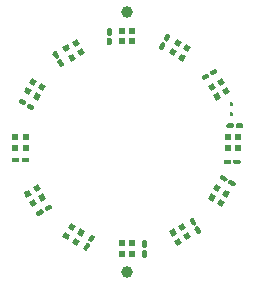
<source format=gts>
G04 #@! TF.GenerationSoftware,KiCad,Pcbnew,7.0.7-7.0.7~ubuntu23.04.1*
G04 #@! TF.CreationDate,2023-10-17T19:12:59+00:00*
G04 #@! TF.ProjectId,pedalboard-led-ring,70656461-6c62-46f6-9172-642d6c65642d,1.1.0-RC1*
G04 #@! TF.SameCoordinates,Original*
G04 #@! TF.FileFunction,Soldermask,Top*
G04 #@! TF.FilePolarity,Negative*
%FSLAX46Y46*%
G04 Gerber Fmt 4.6, Leading zero omitted, Abs format (unit mm)*
G04 Created by KiCad (PCBNEW 7.0.7-7.0.7~ubuntu23.04.1) date 2023-10-17 19:12:59*
%MOMM*%
%LPD*%
G01*
G04 APERTURE LIST*
%ADD10C,1.000000*%
%ADD11R,0.500000X0.500000*%
G04 APERTURE END LIST*
D10*
X80000000Y-71000000D03*
G36*
X84676795Y-68500446D02*
G01*
X84243783Y-68750446D01*
X83993783Y-68317434D01*
X84426795Y-68067434D01*
X84676795Y-68500446D01*
G37*
G36*
X85456217Y-68050446D02*
G01*
X85023205Y-68300446D01*
X84773205Y-67867434D01*
X85206217Y-67617434D01*
X85456217Y-68050446D01*
G37*
G36*
X85006217Y-67271024D02*
G01*
X84573205Y-67521024D01*
X84323205Y-67088012D01*
X84756217Y-66838012D01*
X85006217Y-67271024D01*
G37*
G36*
X84226795Y-67721024D02*
G01*
X83793783Y-67971024D01*
X83543783Y-67538012D01*
X83976795Y-67288012D01*
X84226795Y-67721024D01*
G37*
G36*
G01*
X78400000Y-50335000D02*
X78600000Y-50335000D01*
G75*
G02*
X78700000Y-50435000I0J-100000D01*
G01*
X78700000Y-50870000D01*
G75*
G02*
X78600000Y-50970000I-100000J0D01*
G01*
X78400000Y-50970000D01*
G75*
G02*
X78300000Y-50870000I0J100000D01*
G01*
X78300000Y-50435000D01*
G75*
G02*
X78400000Y-50335000I100000J0D01*
G01*
G37*
G36*
G01*
X78400000Y-51150000D02*
X78600000Y-51150000D01*
G75*
G02*
X78700000Y-51250000I0J-100000D01*
G01*
X78700000Y-51685000D01*
G75*
G02*
X78600000Y-51785000I-100000J0D01*
G01*
X78400000Y-51785000D01*
G75*
G02*
X78300000Y-51685000I0J100000D01*
G01*
X78300000Y-51250000D01*
G75*
G02*
X78400000Y-51150000I100000J0D01*
G01*
G37*
G36*
G01*
X73740897Y-52354864D02*
X73914103Y-52254864D01*
G75*
G02*
X74050706Y-52291467I50000J-86603D01*
G01*
X74268206Y-52668189D01*
G75*
G02*
X74231603Y-52804792I-86603J-50000D01*
G01*
X74058397Y-52904792D01*
G75*
G02*
X73921794Y-52868189I-50000J86603D01*
G01*
X73704294Y-52491467D01*
G75*
G02*
X73740897Y-52354864I86603J50000D01*
G01*
G37*
G36*
G01*
X74148397Y-53060674D02*
X74321603Y-52960674D01*
G75*
G02*
X74458206Y-52997277I50000J-86603D01*
G01*
X74675706Y-53373999D01*
G75*
G02*
X74639103Y-53510602I-86603J-50000D01*
G01*
X74465897Y-53610602D01*
G75*
G02*
X74329294Y-53573999I-50000J86603D01*
G01*
X74111794Y-53197277D01*
G75*
G02*
X74148397Y-53060674I86603J50000D01*
G01*
G37*
D11*
X89450000Y-60450000D03*
X89450000Y-59550000D03*
X88550000Y-59550000D03*
X88550000Y-60450000D03*
X80450000Y-50550000D03*
X79550000Y-50550000D03*
X79550000Y-51450000D03*
X80450000Y-51450000D03*
G36*
X88300446Y-65023205D02*
G01*
X88050446Y-65456217D01*
X87617434Y-65206217D01*
X87867434Y-64773205D01*
X88300446Y-65023205D01*
G37*
G36*
X88750446Y-64243783D02*
G01*
X88500446Y-64676795D01*
X88067434Y-64426795D01*
X88317434Y-63993783D01*
X88750446Y-64243783D01*
G37*
G36*
X87971024Y-63793783D02*
G01*
X87721024Y-64226795D01*
X87288012Y-63976795D01*
X87538012Y-63543783D01*
X87971024Y-63793783D01*
G37*
G36*
X87521024Y-64573205D02*
G01*
X87271024Y-65006217D01*
X86838012Y-64756217D01*
X87088012Y-64323205D01*
X87521024Y-64573205D01*
G37*
G36*
X71499554Y-64676795D02*
G01*
X71249554Y-64243783D01*
X71682566Y-63993783D01*
X71932566Y-64426795D01*
X71499554Y-64676795D01*
G37*
G36*
X71949554Y-65456217D02*
G01*
X71699554Y-65023205D01*
X72132566Y-64773205D01*
X72382566Y-65206217D01*
X71949554Y-65456217D01*
G37*
G36*
X72728976Y-65006217D02*
G01*
X72478976Y-64573205D01*
X72911988Y-64323205D01*
X73161988Y-64756217D01*
X72728976Y-65006217D01*
G37*
G36*
X72278976Y-64226795D02*
G01*
X72028976Y-63793783D01*
X72461988Y-63543783D01*
X72711988Y-63976795D01*
X72278976Y-64226795D01*
G37*
X79550000Y-69450000D03*
X80450000Y-69450000D03*
X80450000Y-68550000D03*
X79550000Y-68550000D03*
X70550000Y-59550000D03*
X70550000Y-60450000D03*
X71450000Y-60450000D03*
X71450000Y-59550000D03*
G36*
X71699554Y-54976795D02*
G01*
X71949554Y-54543783D01*
X72382566Y-54793783D01*
X72132566Y-55226795D01*
X71699554Y-54976795D01*
G37*
G36*
X71249554Y-55756217D02*
G01*
X71499554Y-55323205D01*
X71932566Y-55573205D01*
X71682566Y-56006217D01*
X71249554Y-55756217D01*
G37*
G36*
X72028976Y-56206217D02*
G01*
X72278976Y-55773205D01*
X72711988Y-56023205D01*
X72461988Y-56456217D01*
X72028976Y-56206217D01*
G37*
G36*
X72478976Y-55426795D02*
G01*
X72728976Y-54993783D01*
X73161988Y-55243783D01*
X72911988Y-55676795D01*
X72478976Y-55426795D01*
G37*
D10*
X80000000Y-49000000D03*
G36*
G01*
X70275000Y-61600000D02*
X70275000Y-61400000D01*
G75*
G02*
X70375000Y-61300000I100000J0D01*
G01*
X70810000Y-61300000D01*
G75*
G02*
X70910000Y-61400000I0J-100000D01*
G01*
X70910000Y-61600000D01*
G75*
G02*
X70810000Y-61700000I-100000J0D01*
G01*
X70375000Y-61700000D01*
G75*
G02*
X70275000Y-61600000I0J100000D01*
G01*
G37*
G36*
G01*
X71090000Y-61600000D02*
X71090000Y-61400000D01*
G75*
G02*
X71190000Y-61300000I100000J0D01*
G01*
X71625000Y-61300000D01*
G75*
G02*
X71725000Y-61400000I0J-100000D01*
G01*
X71725000Y-61600000D01*
G75*
G02*
X71625000Y-61700000I-100000J0D01*
G01*
X71190000Y-61700000D01*
G75*
G02*
X71090000Y-61600000I0J100000D01*
G01*
G37*
G36*
G01*
X88787500Y-57440000D02*
X88912500Y-57440000D01*
G75*
G02*
X88975000Y-57502500I0J-62500D01*
G01*
X88975000Y-57737500D01*
G75*
G02*
X88912500Y-57800000I-62500J0D01*
G01*
X88787500Y-57800000D01*
G75*
G02*
X88725000Y-57737500I0J62500D01*
G01*
X88725000Y-57502500D01*
G75*
G02*
X88787500Y-57440000I62500J0D01*
G01*
G37*
G36*
G01*
X88787500Y-56600000D02*
X88912500Y-56600000D01*
G75*
G02*
X88975000Y-56662500I0J-62500D01*
G01*
X88975000Y-56897500D01*
G75*
G02*
X88912500Y-56960000I-62500J0D01*
G01*
X88787500Y-56960000D01*
G75*
G02*
X88725000Y-56897500I0J62500D01*
G01*
X88725000Y-56662500D01*
G75*
G02*
X88787500Y-56600000I62500J0D01*
G01*
G37*
G36*
G01*
X72422131Y-66199103D02*
X72322131Y-66025897D01*
G75*
G02*
X72358734Y-65889294I86603J50000D01*
G01*
X72735456Y-65671794D01*
G75*
G02*
X72872059Y-65708397I50000J-86603D01*
G01*
X72972059Y-65881603D01*
G75*
G02*
X72935456Y-66018206I-86603J-50000D01*
G01*
X72558734Y-66235706D01*
G75*
G02*
X72422131Y-66199103I-50000J86603D01*
G01*
G37*
G36*
G01*
X73127941Y-65791603D02*
X73027941Y-65618397D01*
G75*
G02*
X73064544Y-65481794I86603J50000D01*
G01*
X73441266Y-65264294D01*
G75*
G02*
X73577869Y-65300897I50000J-86603D01*
G01*
X73677869Y-65474103D01*
G75*
G02*
X73641266Y-65610706I-86603J-50000D01*
G01*
X73264544Y-65828206D01*
G75*
G02*
X73127941Y-65791603I-50000J86603D01*
G01*
G37*
G36*
G01*
X76524103Y-69177869D02*
X76350897Y-69077869D01*
G75*
G02*
X76314294Y-68941266I50000J86603D01*
G01*
X76531794Y-68564544D01*
G75*
G02*
X76668397Y-68527941I86603J-50000D01*
G01*
X76841603Y-68627941D01*
G75*
G02*
X76878206Y-68764544I-50000J-86603D01*
G01*
X76660706Y-69141266D01*
G75*
G02*
X76524103Y-69177869I-86603J50000D01*
G01*
G37*
G36*
G01*
X76931603Y-68472059D02*
X76758397Y-68372059D01*
G75*
G02*
X76721794Y-68235456I50000J86603D01*
G01*
X76939294Y-67858734D01*
G75*
G02*
X77075897Y-67822131I86603J-50000D01*
G01*
X77249103Y-67922131D01*
G75*
G02*
X77285706Y-68058734I-50000J-86603D01*
G01*
X77068206Y-68435456D01*
G75*
G02*
X76931603Y-68472059I-86603J50000D01*
G01*
G37*
G36*
G01*
X86249103Y-67645136D02*
X86075897Y-67745136D01*
G75*
G02*
X85939294Y-67708533I-50000J86603D01*
G01*
X85721794Y-67331811D01*
G75*
G02*
X85758397Y-67195208I86603J50000D01*
G01*
X85931603Y-67095208D01*
G75*
G02*
X86068206Y-67131811I50000J-86603D01*
G01*
X86285706Y-67508533D01*
G75*
G02*
X86249103Y-67645136I-86603J-50000D01*
G01*
G37*
G36*
G01*
X85841603Y-66939326D02*
X85668397Y-67039326D01*
G75*
G02*
X85531794Y-67002723I-50000J86603D01*
G01*
X85314294Y-66626001D01*
G75*
G02*
X85350897Y-66489398I86603J50000D01*
G01*
X85524103Y-66389398D01*
G75*
G02*
X85660706Y-66426001I50000J-86603D01*
G01*
X85878206Y-66802723D01*
G75*
G02*
X85841603Y-66939326I-86603J-50000D01*
G01*
G37*
G36*
G01*
X70822131Y-56524103D02*
X70922131Y-56350897D01*
G75*
G02*
X71058734Y-56314294I86603J-50000D01*
G01*
X71435456Y-56531794D01*
G75*
G02*
X71472059Y-56668397I-50000J-86603D01*
G01*
X71372059Y-56841603D01*
G75*
G02*
X71235456Y-56878206I-86603J50000D01*
G01*
X70858734Y-56660706D01*
G75*
G02*
X70822131Y-56524103I50000J86603D01*
G01*
G37*
G36*
G01*
X71527941Y-56931603D02*
X71627941Y-56758397D01*
G75*
G02*
X71764544Y-56721794I86603J-50000D01*
G01*
X72141266Y-56939294D01*
G75*
G02*
X72177869Y-57075897I-50000J-86603D01*
G01*
X72077869Y-57249103D01*
G75*
G02*
X71941266Y-57285706I-86603J50000D01*
G01*
X71564544Y-57068206D01*
G75*
G02*
X71527941Y-56931603I50000J86603D01*
G01*
G37*
G36*
G01*
X81600000Y-69755000D02*
X81400000Y-69755000D01*
G75*
G02*
X81300000Y-69655000I0J100000D01*
G01*
X81300000Y-69220000D01*
G75*
G02*
X81400000Y-69120000I100000J0D01*
G01*
X81600000Y-69120000D01*
G75*
G02*
X81700000Y-69220000I0J-100000D01*
G01*
X81700000Y-69655000D01*
G75*
G02*
X81600000Y-69755000I-100000J0D01*
G01*
G37*
G36*
G01*
X81600000Y-68940000D02*
X81400000Y-68940000D01*
G75*
G02*
X81300000Y-68840000I0J100000D01*
G01*
X81300000Y-68405000D01*
G75*
G02*
X81400000Y-68305000I100000J0D01*
G01*
X81600000Y-68305000D01*
G75*
G02*
X81700000Y-68405000I0J-100000D01*
G01*
X81700000Y-68840000D01*
G75*
G02*
X81600000Y-68940000I-100000J0D01*
G01*
G37*
G36*
X88500446Y-55323205D02*
G01*
X88750446Y-55756217D01*
X88317434Y-56006217D01*
X88067434Y-55573205D01*
X88500446Y-55323205D01*
G37*
G36*
X88050446Y-54543783D02*
G01*
X88300446Y-54976795D01*
X87867434Y-55226795D01*
X87617434Y-54793783D01*
X88050446Y-54543783D01*
G37*
G36*
X87271024Y-54993783D02*
G01*
X87521024Y-55426795D01*
X87088012Y-55676795D01*
X86838012Y-55243783D01*
X87271024Y-54993783D01*
G37*
G36*
X87721024Y-55773205D02*
G01*
X87971024Y-56206217D01*
X87538012Y-56456217D01*
X87288012Y-56023205D01*
X87721024Y-55773205D01*
G37*
G36*
G01*
X88425000Y-58700000D02*
X88425000Y-58500000D01*
G75*
G02*
X88525000Y-58400000I100000J0D01*
G01*
X88960000Y-58400000D01*
G75*
G02*
X89060000Y-58500000I0J-100000D01*
G01*
X89060000Y-58700000D01*
G75*
G02*
X88960000Y-58800000I-100000J0D01*
G01*
X88525000Y-58800000D01*
G75*
G02*
X88425000Y-58700000I0J100000D01*
G01*
G37*
G36*
G01*
X89240000Y-58700000D02*
X89240000Y-58500000D01*
G75*
G02*
X89340000Y-58400000I100000J0D01*
G01*
X89775000Y-58400000D01*
G75*
G02*
X89875000Y-58500000I0J-100000D01*
G01*
X89875000Y-58700000D01*
G75*
G02*
X89775000Y-58800000I-100000J0D01*
G01*
X89340000Y-58800000D01*
G75*
G02*
X89240000Y-58700000I0J100000D01*
G01*
G37*
G36*
G01*
X87577869Y-53800897D02*
X87677869Y-53974103D01*
G75*
G02*
X87641266Y-54110706I-86603J-50000D01*
G01*
X87264544Y-54328206D01*
G75*
G02*
X87127941Y-54291603I-50000J86603D01*
G01*
X87027941Y-54118397D01*
G75*
G02*
X87064544Y-53981794I86603J50000D01*
G01*
X87441266Y-53764294D01*
G75*
G02*
X87577869Y-53800897I50000J-86603D01*
G01*
G37*
G36*
G01*
X86872059Y-54208397D02*
X86972059Y-54381603D01*
G75*
G02*
X86935456Y-54518206I-86603J-50000D01*
G01*
X86558734Y-54735706D01*
G75*
G02*
X86422131Y-54699103I-50000J86603D01*
G01*
X86322131Y-54525897D01*
G75*
G02*
X86358734Y-54389294I86603J50000D01*
G01*
X86735456Y-54171794D01*
G75*
G02*
X86872059Y-54208397I50000J-86603D01*
G01*
G37*
G36*
X75323205Y-51499554D02*
G01*
X75756217Y-51249554D01*
X76006217Y-51682566D01*
X75573205Y-51932566D01*
X75323205Y-51499554D01*
G37*
G36*
X74543783Y-51949554D02*
G01*
X74976795Y-51699554D01*
X75226795Y-52132566D01*
X74793783Y-52382566D01*
X74543783Y-51949554D01*
G37*
G36*
X74993783Y-52728976D02*
G01*
X75426795Y-52478976D01*
X75676795Y-52911988D01*
X75243783Y-53161988D01*
X74993783Y-52728976D01*
G37*
G36*
X75773205Y-52278976D02*
G01*
X76206217Y-52028976D01*
X76456217Y-52461988D01*
X76023205Y-52711988D01*
X75773205Y-52278976D01*
G37*
G36*
G01*
X89227869Y-63525897D02*
X89127869Y-63699103D01*
G75*
G02*
X88991266Y-63735706I-86603J50000D01*
G01*
X88614544Y-63518206D01*
G75*
G02*
X88577941Y-63381603I50000J86603D01*
G01*
X88677941Y-63208397D01*
G75*
G02*
X88814544Y-63171794I86603J-50000D01*
G01*
X89191266Y-63389294D01*
G75*
G02*
X89227869Y-63525897I-50000J-86603D01*
G01*
G37*
G36*
G01*
X88522059Y-63118397D02*
X88422059Y-63291603D01*
G75*
G02*
X88285456Y-63328206I-86603J50000D01*
G01*
X87908734Y-63110706D01*
G75*
G02*
X87872131Y-62974103I50000J86603D01*
G01*
X87972131Y-62800897D01*
G75*
G02*
X88108734Y-62764294I86603J-50000D01*
G01*
X88485456Y-62981794D01*
G75*
G02*
X88522059Y-63118397I-50000J-86603D01*
G01*
G37*
G36*
X74976795Y-68300446D02*
G01*
X74543783Y-68050446D01*
X74793783Y-67617434D01*
X75226795Y-67867434D01*
X74976795Y-68300446D01*
G37*
G36*
X75756217Y-68750446D02*
G01*
X75323205Y-68500446D01*
X75573205Y-68067434D01*
X76006217Y-68317434D01*
X75756217Y-68750446D01*
G37*
G36*
X76206217Y-67971024D02*
G01*
X75773205Y-67721024D01*
X76023205Y-67288012D01*
X76456217Y-67538012D01*
X76206217Y-67971024D01*
G37*
G36*
X75426795Y-67521024D02*
G01*
X74993783Y-67271024D01*
X75243783Y-66838012D01*
X75676795Y-67088012D01*
X75426795Y-67521024D01*
G37*
G36*
X85023205Y-51699554D02*
G01*
X85456217Y-51949554D01*
X85206217Y-52382566D01*
X84773205Y-52132566D01*
X85023205Y-51699554D01*
G37*
G36*
X84243783Y-51249554D02*
G01*
X84676795Y-51499554D01*
X84426795Y-51932566D01*
X83993783Y-51682566D01*
X84243783Y-51249554D01*
G37*
G36*
X83793783Y-52028976D02*
G01*
X84226795Y-52278976D01*
X83976795Y-52711988D01*
X83543783Y-52461988D01*
X83793783Y-52028976D01*
G37*
G36*
X84573205Y-52478976D02*
G01*
X85006217Y-52728976D01*
X84756217Y-53161988D01*
X84323205Y-52911988D01*
X84573205Y-52478976D01*
G37*
G36*
G01*
X89635000Y-61550000D02*
X89635000Y-61750000D01*
G75*
G02*
X89535000Y-61850000I-100000J0D01*
G01*
X89100000Y-61850000D01*
G75*
G02*
X89000000Y-61750000I0J100000D01*
G01*
X89000000Y-61550000D01*
G75*
G02*
X89100000Y-61450000I100000J0D01*
G01*
X89535000Y-61450000D01*
G75*
G02*
X89635000Y-61550000I0J-100000D01*
G01*
G37*
G36*
G01*
X88820000Y-61550000D02*
X88820000Y-61750000D01*
G75*
G02*
X88720000Y-61850000I-100000J0D01*
G01*
X88285000Y-61850000D01*
G75*
G02*
X88185000Y-61750000I0J100000D01*
G01*
X88185000Y-61550000D01*
G75*
G02*
X88285000Y-61450000I100000J0D01*
G01*
X88720000Y-61450000D01*
G75*
G02*
X88820000Y-61550000I0J-100000D01*
G01*
G37*
G36*
G01*
X83475897Y-50822131D02*
X83649103Y-50922131D01*
G75*
G02*
X83685706Y-51058734I-50000J-86603D01*
G01*
X83468206Y-51435456D01*
G75*
G02*
X83331603Y-51472059I-86603J50000D01*
G01*
X83158397Y-51372059D01*
G75*
G02*
X83121794Y-51235456I50000J86603D01*
G01*
X83339294Y-50858734D01*
G75*
G02*
X83475897Y-50822131I86603J-50000D01*
G01*
G37*
G36*
G01*
X83068397Y-51527941D02*
X83241603Y-51627941D01*
G75*
G02*
X83278206Y-51764544I-50000J-86603D01*
G01*
X83060706Y-52141266D01*
G75*
G02*
X82924103Y-52177869I-86603J50000D01*
G01*
X82750897Y-52077869D01*
G75*
G02*
X82714294Y-51941266I50000J86603D01*
G01*
X82931794Y-51564544D01*
G75*
G02*
X83068397Y-51527941I86603J-50000D01*
G01*
G37*
M02*

</source>
